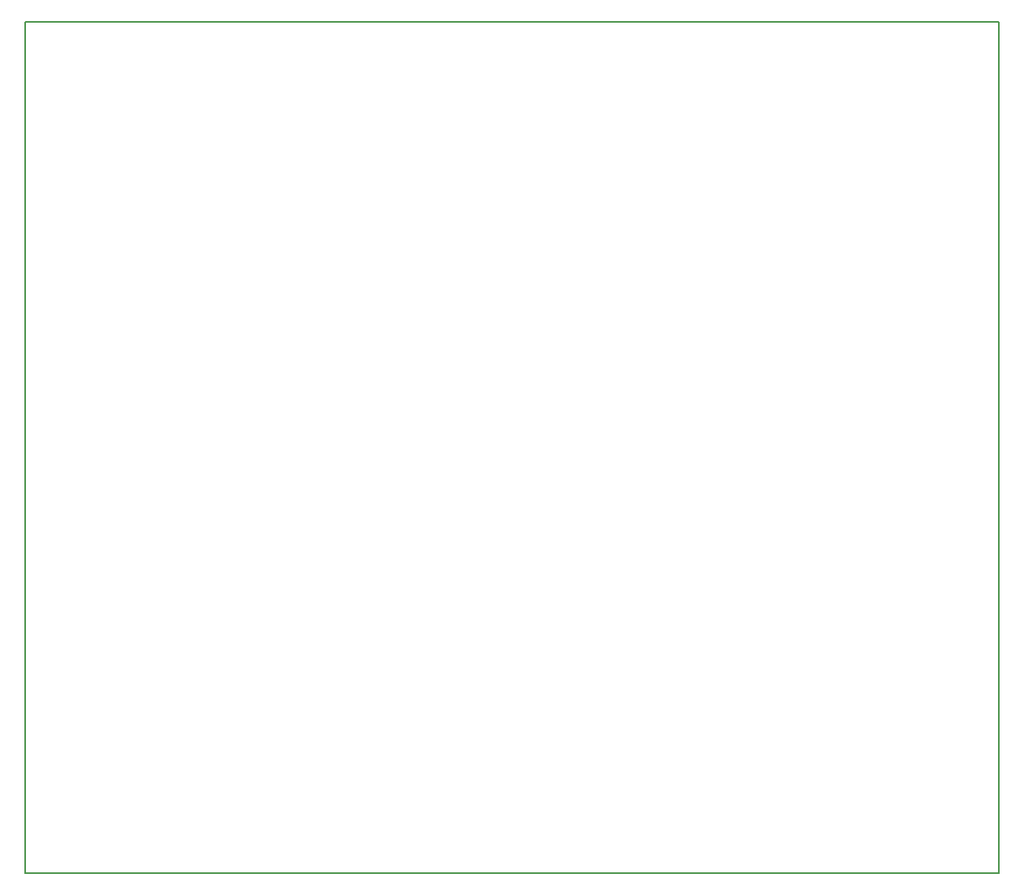
<source format=gko>
G04 #@! TF.FileFunction,Profile,NP*
%FSLAX46Y46*%
G04 Gerber Fmt 4.6, Leading zero omitted, Abs format (unit mm)*
G04 Created by KiCad (PCBNEW 4.0.0-rc2-stable) date Thu 26 Nov 2015 02:18:43 PM EST*
%MOMM*%
G01*
G04 APERTURE LIST*
%ADD10C,0.100000*%
%ADD11C,0.150000*%
G04 APERTURE END LIST*
D10*
D11*
X76200000Y-44450000D02*
X177800000Y-44450000D01*
X76200000Y-133350000D02*
X177800000Y-133350000D01*
X177800000Y-44450000D02*
X177800000Y-133350000D01*
X76200000Y-44450000D02*
X76200000Y-133350000D01*
M02*

</source>
